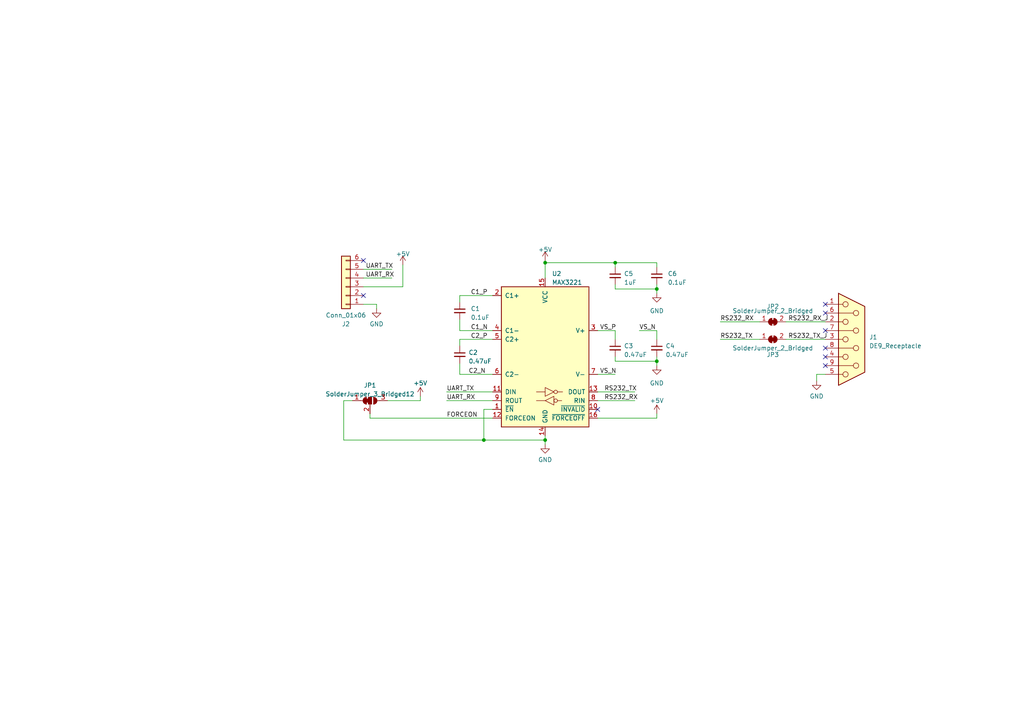
<source format=kicad_sch>
(kicad_sch (version 20230121) (generator eeschema)
  (paper "A4")
  (lib_symbols
    (symbol "Connector:DE9_Receptacle" (pin_names (offset 1.016) hide)
      (property "Reference" "J" (at 0 13.97 0))
      (property "Value" "DE9_Receptacle" (at 0 -14.605 0))
      (symbol "DE9_Receptacle_0_1"
        (circle (center -1.778 -10.16) (radius 0.762))
        (circle (center -1.778 -5.08) (radius 0.762))
        (circle (center -1.778 0) (radius 0.762))
        (circle (center -1.778 5.08) (radius 0.762))
        (circle (center -1.778 10.16) (radius 0.762))
        (polyline (pts (xy -3.81 -10.16) (xy -2.54 -10.16)))
        (polyline (pts (xy -3.81 -7.62) (xy 0.508 -7.62)))
        (polyline (pts (xy -3.81 -5.08) (xy -2.54 -5.08)))
        (polyline (pts (xy -3.81 -2.54) (xy 0.508 -2.54)))
        (polyline (pts (xy -3.81 0) (xy -2.54 0)))
        (polyline (pts (xy -3.81 2.54) (xy 0.508 2.54)))
        (polyline (pts (xy -3.81 5.08) (xy -2.54 5.08)))
        (polyline (pts (xy -3.81 7.62) (xy 0.508 7.62)))
        (polyline (pts (xy -3.81 10.16) (xy -2.54 10.16)))
        (polyline (pts (xy -3.81 13.335) (xy -3.81 -13.335) (xy 3.81 -9.525) (xy 3.81 9.525) (xy -3.81 13.335)) (stroke (width 0.254)) (fill (type background)))
        (circle (center 1.27 -7.62) (radius 0.762))
        (circle (center 1.27 -2.54) (radius 0.762))
        (circle (center 1.27 2.54) (radius 0.762))
        (circle (center 1.27 7.62) (radius 0.762))
      )
      (symbol "DE9_Receptacle_1_1"
        (pin passive line (at -7.62 10.16 0) (length 3.81) (name "1") (number "1"))
        (pin passive line (at -7.62 5.08 0) (length 3.81) (name "2") (number "2"))
        (pin passive line (at -7.62 0 0) (length 3.81) (name "3") (number "3"))
        (pin passive line (at -7.62 -5.08 0) (length 3.81) (name "4") (number "4"))
        (pin passive line (at -7.62 -10.16 0) (length 3.81) (name "5") (number "5"))
        (pin passive line (at -7.62 7.62 0) (length 3.81) (name "6") (number "6"))
        (pin passive line (at -7.62 2.54 0) (length 3.81) (name "7") (number "7"))
        (pin passive line (at -7.62 -2.54 0) (length 3.81) (name "8") (number "8"))
        (pin passive line (at -7.62 -7.62 0) (length 3.81) (name "9") (number "9"))
      )
    )
    (symbol "Connector_Generic:Conn_01x06" (pin_names (offset 1.016) hide)
      (property "Reference" "J" (at 0 7.62 0))
      (property "Value" "Conn_01x06" (at 0 -10.16 0))
      (symbol "Conn_01x06_1_1"
        (rectangle (start -1.27 -7.493) (end 0 -7.747) (stroke (width 0.1524)))
        (rectangle (start -1.27 -4.953) (end 0 -5.207) (stroke (width 0.1524)))
        (rectangle (start -1.27 -2.413) (end 0 -2.667) (stroke (width 0.1524)))
        (rectangle (start -1.27 0.127) (end 0 -0.127) (stroke (width 0.1524)))
        (rectangle (start -1.27 2.667) (end 0 2.413) (stroke (width 0.1524)))
        (rectangle (start -1.27 5.207) (end 0 4.953) (stroke (width 0.1524)))
        (rectangle (start -1.27 6.35) (end 1.27 -8.89) (stroke (width 0.254)) (fill (type background)))
        (pin passive line (at -5.08 5.08 0) (length 3.81) (name "Pin_1") (number "1"))
        (pin passive line (at -5.08 2.54 0) (length 3.81) (name "Pin_2") (number "2"))
        (pin passive line (at -5.08 0 0) (length 3.81) (name "Pin_3") (number "3"))
        (pin passive line (at -5.08 -2.54 0) (length 3.81) (name "Pin_4") (number "4"))
        (pin passive line (at -5.08 -5.08 0) (length 3.81) (name "Pin_5") (number "5"))
        (pin passive line (at -5.08 -7.62 0) (length 3.81) (name "Pin_6") (number "6"))
      )
    )
    (symbol "Device:C_Small" (pin_numbers hide) (pin_names (offset 0.254) hide)
      (property "Reference" "C" (at 0.254 1.778 0))
      (property "Value" "C_Small" (at 0.254 -2.032 0))
      (symbol "C_Small_0_1"
        (polyline (pts (xy -1.524 -0.508) (xy 1.524 -0.508)) (stroke (width 0.3302)))
        (polyline (pts (xy -1.524 0.508) (xy 1.524 0.508)) (stroke (width 0.3048)))
      )
      (symbol "C_Small_1_1"
        (pin passive line (at 0 2.54 270) (length 2.032) (name "~") (number "1"))
        (pin passive line (at 0 -2.54 90) (length 2.032) (name "~") (number "2"))
      )
    )
    (symbol "Interface_UART:MAX3221" (pin_names (offset 1.016))
      (property "Reference" "U" (at -10.16 21.59 0))
      (property "Value" "MAX3221" (at 12.7 21.59 0))
      (symbol "MAX3221_0_1"
        (rectangle (start -12.7 -20.32) (end 12.7 20.32) (stroke (width 0.254)) (fill (type background)))
        (polyline (pts (xy -2.54 -12.7) (xy 0 -12.7) (xy 0 -12.7)))
        (polyline (pts (xy -2.54 -10.16) (xy 0 -10.16) (xy 0 -10.16)))
        (polyline (pts (xy 3.556 -12.7) (xy 4.826 -12.7) (xy 4.826 -12.7)))
        (polyline (pts (xy 3.556 -10.16) (xy 5.08 -10.16) (xy 5.08 -10.16)))
        (polyline (pts (xy 2.54 -11.43) (xy 2.54 -13.97) (xy 0 -12.7) (xy 2.54 -11.43) (xy 2.54 -11.43)))
        (polyline (pts (xy 0 -11.43) (xy 0 -8.89) (xy 2.54 -10.16) (xy 0 -11.43) (xy 0 -11.43) (xy 0 -11.43)))
        (circle (center 3.048 -12.7) (radius 0.508))
        (circle (center 3.048 -10.16) (radius 0.508))
      )
      (symbol "MAX3221_1_1"
        (pin input line (at -15.24 -15.24 0) (length 2.54) (name "~{EN}") (number "1"))
        (pin output line (at 15.24 -15.24 180) (length 2.54) (name "~{INVALID}") (number "10"))
        (pin input line (at -15.24 -10.16 0) (length 2.54) (name "DIN") (number "11"))
        (pin input line (at -15.24 -17.78 0) (length 2.54) (name "FORCEON") (number "12"))
        (pin output line (at 15.24 -10.16 180) (length 2.54) (name "DOUT") (number "13"))
        (pin power_in line (at 0 -22.86 90) (length 2.54) (name "GND") (number "14"))
        (pin power_in line (at 0 22.86 270) (length 2.54) (name "VCC") (number "15"))
        (pin input line (at 15.24 -17.78 180) (length 2.54) (name "~{FORCEOFF}") (number "16"))
        (pin passive line (at -15.24 17.78 0) (length 2.54) (name "C1+") (number "2"))
        (pin power_out line (at 15.24 7.62 180) (length 2.54) (name "V+") (number "3"))
        (pin passive line (at -15.24 7.62 0) (length 2.54) (name "C1-") (number "4"))
        (pin passive line (at -15.24 5.08 0) (length 2.54) (name "C2+") (number "5"))
        (pin passive line (at -15.24 -5.08 0) (length 2.54) (name "C2-") (number "6"))
        (pin power_out line (at 15.24 -5.08 180) (length 2.54) (name "V-") (number "7"))
        (pin input line (at 15.24 -12.7 180) (length 2.54) (name "RIN") (number "8"))
        (pin output line (at -15.24 -12.7 0) (length 2.54) (name "ROUT") (number "9"))
      )
    )
    (symbol "Jumper:SolderJumper_2_Bridged" (pin_names (offset 0) hide)
      (property "Reference" "JP" (at 0 2.032 0))
      (property "Value" "SolderJumper_2_Bridged" (at 0 -2.54 0))
      (symbol "SolderJumper_2_Bridged_0_1"
        (rectangle (start -0.508 0.508) (end 0.508 -0.508) (fill (type outline)))
        (arc (start -0.254 1.016) (mid -1.2656 0) (end -0.254 -1.016))
        (arc (start -0.254 1.016) (mid -1.2656 0) (end -0.254 -1.016) (fill (type outline)))
        (polyline (pts (xy -0.254 1.016) (xy -0.254 -1.016)))
        (polyline (pts (xy 0.254 1.016) (xy 0.254 -1.016)))
        (arc (start 0.254 -1.016) (mid 1.2656 0) (end 0.254 1.016))
        (arc (start 0.254 -1.016) (mid 1.2656 0) (end 0.254 1.016) (fill (type outline)))
      )
      (symbol "SolderJumper_2_Bridged_1_1"
        (pin passive line (at -3.81 0 0) (length 2.54) (name "A") (number "1"))
        (pin passive line (at 3.81 0 180) (length 2.54) (name "B") (number "2"))
      )
    )
    (symbol "Jumper:SolderJumper_3_Bridged12" (pin_names (offset 0) hide)
      (property "Reference" "JP" (at -2.54 -2.54 0))
      (property "Value" "SolderJumper_3_Bridged12" (at 0 2.794 0))
      (symbol "SolderJumper_3_Bridged12_0_1"
        (rectangle (start -1.016 0.508) (end -0.508 -0.508) (fill (type outline)))
        (arc (start -1.016 1.016) (mid -2.0276 0) (end -1.016 -1.016))
        (arc (start -1.016 1.016) (mid -2.0276 0) (end -1.016 -1.016) (fill (type outline)))
        (rectangle (start -0.508 1.016) (end 0.508 -1.016) (fill (type outline)))
        (polyline (pts (xy -2.54 0) (xy -2.032 0)))
        (polyline (pts (xy -1.016 1.016) (xy -1.016 -1.016)))
        (polyline (pts (xy 0 -1.27) (xy 0 -1.016)))
        (polyline (pts (xy 1.016 1.016) (xy 1.016 -1.016)))
        (polyline (pts (xy 2.54 0) (xy 2.032 0)))
        (arc (start 1.016 -1.016) (mid 2.0276 0) (end 1.016 1.016))
        (arc (start 1.016 -1.016) (mid 2.0276 0) (end 1.016 1.016) (fill (type outline)))
      )
      (symbol "SolderJumper_3_Bridged12_1_1"
        (pin passive line (at -5.08 0 0) (length 2.54) (name "A") (number "1"))
        (pin passive line (at 0 -3.81 90) (length 2.54) (name "C") (number "2"))
        (pin passive line (at 5.08 0 180) (length 2.54) (name "B") (number "3"))
      )
    )
    (symbol "power:+5V" (power) (pin_names (offset 0))
      (property "Value" "+5V" (at 0 3.556 0))
      (symbol "+5V_0_1"
        (polyline (pts (xy -0.762 1.27) (xy 0 2.54)))
        (polyline (pts (xy 0 0) (xy 0 2.54)))
        (polyline (pts (xy 0 2.54) (xy 0.762 1.27)))
      )
      (symbol "+5V_1_1"
        (pin power_in line (at 0 0 90) (length 0) hide (name "+5V") (number "1"))
      )
    )
    (symbol "power:GND" (power) (pin_names (offset 0))
      (property "Value" "GND" (at 0 -3.81 0))
      (symbol "GND_0_1"
        (polyline (pts (xy 0 0) (xy 0 -1.27) (xy 1.27 -1.27) (xy 0 -2.54) (xy -1.27 -1.27) (xy 0 -1.27)))
      )
      (symbol "GND_1_1"
        (pin power_in line (at 0 0 270) (length 0) hide (name "GND") (number "1"))
      )
    )
  )
  (junction (at 140.335 127.635))
  (junction (at 190.5 104.775))
  (junction (at 178.435 76.2))
  (junction (at 190.5 83.82))
  (junction (at 158.115 127.635))
  (junction (at 158.115 76.2))
  (no_connect (at 239.395 100.965))
  (no_connect (at 105.41 75.565))
  (no_connect (at 105.41 85.725))
  (no_connect (at 239.395 106.045))
  (no_connect (at 173.355 118.745))
  (no_connect (at 239.395 95.885))
  (no_connect (at 239.395 103.505))
  (no_connect (at 239.395 88.265))
  (no_connect (at 239.395 90.805))
  (wire (pts (xy 190.5 103.505) (xy 190.5 104.775)))
  (wire (pts (xy 190.5 82.55) (xy 190.5 83.82)))
  (wire (pts (xy 190.5 104.775) (xy 190.5 106.045)))
  (wire (pts (xy 142.875 95.885) (xy 133.35 95.885)))
  (wire (pts (xy 173.355 108.585) (xy 178.435 108.585)))
  (wire (pts (xy 133.35 100.33) (xy 133.35 98.425)))
  (wire (pts (xy 190.5 121.285) (xy 190.5 120.015)))
  (wire (pts (xy 121.92 114.935) (xy 121.92 116.205)))
  (wire (pts (xy 227.965 93.345) (xy 239.395 93.345)))
  (wire (pts (xy 116.84 83.185) (xy 105.41 83.185)))
  (wire (pts (xy 173.355 116.205) (xy 184.15 116.205)))
  (wire (pts (xy 173.355 121.285) (xy 190.5 121.285)))
  (wire (pts (xy 190.5 95.885) (xy 190.5 98.425)))
  (wire (pts (xy 107.315 120.015) (xy 107.315 121.285)))
  (wire (pts (xy 109.22 89.535) (xy 109.22 88.265)))
  (wire (pts (xy 190.5 76.2) (xy 190.5 77.47)))
  (wire (pts (xy 133.35 98.425) (xy 142.875 98.425)))
  (wire (pts (xy 133.35 87.63) (xy 133.35 85.725)))
  (wire (pts (xy 99.695 127.635) (xy 140.335 127.635)))
  (wire (pts (xy 105.41 78.105) (xy 113.665 78.105)))
  (wire (pts (xy 173.355 113.665) (xy 184.15 113.665)))
  (wire (pts (xy 129.54 116.205) (xy 142.875 116.205)))
  (wire (pts (xy 190.5 104.775) (xy 178.435 104.775)))
  (wire (pts (xy 133.35 108.585) (xy 133.35 105.41)))
  (wire (pts (xy 140.335 127.635) (xy 140.335 118.745)))
  (wire (pts (xy 133.35 85.725) (xy 142.875 85.725)))
  (wire (pts (xy 178.435 76.2) (xy 158.115 76.2)))
  (wire (pts (xy 178.435 76.2) (xy 190.5 76.2)))
  (wire (pts (xy 99.695 116.205) (xy 99.695 127.635)))
  (wire (pts (xy 105.41 80.645) (xy 113.665 80.645)))
  (wire (pts (xy 133.35 95.885) (xy 133.35 92.71)))
  (wire (pts (xy 116.84 76.835) (xy 116.84 83.185)))
  (wire (pts (xy 158.115 127.635) (xy 158.115 128.905)))
  (wire (pts (xy 121.92 116.205) (xy 112.395 116.205)))
  (wire (pts (xy 190.5 83.82) (xy 178.435 83.82)))
  (wire (pts (xy 109.22 88.265) (xy 105.41 88.265)))
  (wire (pts (xy 158.115 75.565) (xy 158.115 76.2)))
  (wire (pts (xy 158.115 76.2) (xy 158.115 80.645)))
  (wire (pts (xy 158.115 127.635) (xy 140.335 127.635)))
  (wire (pts (xy 158.115 126.365) (xy 158.115 127.635)))
  (wire (pts (xy 208.915 98.425) (xy 220.345 98.425)))
  (wire (pts (xy 185.42 95.885) (xy 190.5 95.885)))
  (wire (pts (xy 178.435 98.425) (xy 178.435 95.885)))
  (wire (pts (xy 142.875 108.585) (xy 133.35 108.585)))
  (wire (pts (xy 129.54 113.665) (xy 142.875 113.665)))
  (wire (pts (xy 236.855 108.585) (xy 239.395 108.585)))
  (wire (pts (xy 178.435 77.47) (xy 178.435 76.2)))
  (wire (pts (xy 140.335 118.745) (xy 142.875 118.745)))
  (wire (pts (xy 236.855 110.49) (xy 236.855 108.585)))
  (wire (pts (xy 178.435 83.82) (xy 178.435 82.55)))
  (wire (pts (xy 102.235 116.205) (xy 99.695 116.205)))
  (wire (pts (xy 190.5 83.82) (xy 190.5 85.09)))
  (wire (pts (xy 227.965 98.425) (xy 239.395 98.425)))
  (wire (pts (xy 178.435 95.885) (xy 173.355 95.885)))
  (wire (pts (xy 208.915 93.345) (xy 220.345 93.345)))
  (wire (pts (xy 107.315 121.285) (xy 142.875 121.285)))
  (wire (pts (xy 178.435 104.775) (xy 178.435 103.505)))
  (label "VS_N" (at 185.42 95.885 0))
  (label "VS_P" (at 173.99 95.885 0))
  (label "RS232_RX" (at 208.915 93.345 0))
  (label "UART_RX" (at 129.54 116.205 0))
  (label "FORCEON" (at 129.54 121.285 0))
  (label "C2_N" (at 135.89 108.585 0))
  (label "RS232_TX" (at 208.915 98.425 0))
  (label "UART_TX" (at 106.045 78.105 0))
  (label "RS232_TX_J" (at 228.6 98.425 0))
  (label "RS232_RX_J" (at 228.6 93.345 0))
  (label "VS_N" (at 173.99 108.585 0))
  (label "UART_RX" (at 106.045 80.645 0))
  (label "C1_N" (at 136.525 95.885 0))
  (label "UART_TX" (at 129.54 113.665 0))
  (label "C2_P" (at 136.525 98.425 0))
  (label "RS232_RX" (at 175.26 116.205 0))
  (label "RS232_TX" (at 175.26 113.665 0))
  (label "C1_P" (at 136.525 85.725 0))
  (symbol (lib_id "Device:C_Small") (at 133.35 90.17 0) (unit 1)
    (property "Reference" "C1" (at 136.525 89.5413 0) (effects (justify left)))
    (property "Value" "0.1uF" (at 136.525 92.075 0) (effects (justify left)))
    (property "Footprint" "Capacitor_SMD:C_0805_2012Metric" (effects hide))
  )
  (symbol (lib_id "power:+5V") (at 116.84 76.835 0) (unit 1)
    (property "Reference" "#PWR08" (effects hide))
    (property "Value" "+5V" (at 116.84 73.66 0))
  )
  (symbol (lib_id "Device:C_Small") (at 133.35 102.87 0) (unit 1)
    (property "Reference" "C2" (at 135.89 102.2413 0) (effects (justify left)))
    (property "Value" "0.47uF" (at 135.89 104.7813 0) (effects (justify left)))
    (property "Footprint" "Capacitor_SMD:C_0805_2012Metric" (effects hide))
  )
  (symbol (lib_id "power:GND") (at 236.855 110.49 0) (unit 1)
    (property "Reference" "#PWR09" (effects hide))
    (property "Value" "GND" (at 236.855 114.935 0))
  )
  (symbol (lib_id "power:GND") (at 109.22 89.535 0) (unit 1)
    (property "Reference" "#PWR07" (effects hide))
    (property "Value" "GND" (at 109.22 93.98 0))
  )
  (symbol (lib_id "Device:C_Small") (at 178.435 80.01 0) (unit 1)
    (property "Reference" "C5" (at 180.975 79.3813 0) (effects (justify left)))
    (property "Value" "1uF" (at 180.975 81.9213 0) (effects (justify left)))
    (property "Footprint" "Capacitor_SMD:C_0805_2012Metric" (effects hide))
  )
  (symbol (lib_id "power:+5V") (at 190.5 120.015 0) (unit 1)
    (property "Reference" "#PWR04" (effects hide))
    (property "Value" "+5V" (at 190.5 116.205 0))
  )
  (symbol (lib_id "Connector_Generic:Conn_01x06") (at 100.33 83.185 180) (unit 1)
    (property "Reference" "J2" (at 100.33 93.98 0))
    (property "Value" "Conn_01x06" (at 100.33 91.44 0))
    (property "Footprint" "Connector_PinHeader_2.54mm:PinHeader_1x06_P2.54mm_Vertical" (effects hide))
  )
  (symbol (lib_id "Jumper:SolderJumper_2_Bridged") (at 224.155 93.345 0) (unit 1)
    (property "Reference" "JP2" (at 224.155 88.9 0))
    (property "Value" "SolderJumper_2_Bridged" (at 224.155 90.17 0))
    (property "Footprint" "Jumper:SolderJumper-2_P1.3mm_Bridged_RoundedPad1.0x1.5mm" (effects hide))
  )
  (symbol (lib_id "Connector:DE9_Receptacle") (at 247.015 98.425 0) (unit 1)
    (property "Reference" "J1" (at 252.095 97.79 0) (effects (justify left)))
    (property "Value" "DE9_Receptacle" (at 252.095 100.33 0) (effects (justify left)))
    (property "Footprint" "Connector_Dsub:DSUB-9_Female_EdgeMount_P2.77mm" (effects hide))
    (property "Datasheet" " ~" (effects hide))
  )
  (symbol (lib_id "Jumper:SolderJumper_2_Bridged") (at 224.155 98.425 0) (unit 1)
    (property "Reference" "JP3" (at 224.155 102.87 0))
    (property "Value" "SolderJumper_2_Bridged" (at 224.155 100.965 0))
    (property "Footprint" "Jumper:SolderJumper-2_P1.3mm_Bridged_RoundedPad1.0x1.5mm" (effects hide))
  )
  (symbol (lib_id "Device:C_Small") (at 178.435 100.965 0) (unit 1)
    (property "Reference" "C3" (at 180.975 100.3363 0) (effects (justify left)))
    (property "Value" "0.47uF" (at 180.975 102.8763 0) (effects (justify left)))
    (property "Footprint" "Capacitor_SMD:C_0805_2012Metric" (effects hide))
  )
  (symbol (lib_id "Jumper:SolderJumper_3_Bridged12") (at 107.315 116.205 0) (unit 1)
    (property "Reference" "JP1" (at 107.315 111.76 0))
    (property "Value" "SolderJumper_3_Bridged12" (at 107.315 114.3 0))
    (property "Footprint" "Jumper:SolderJumper-3_P1.3mm_Bridged12_RoundedPad1.0x1.5mm" (effects hide))
  )
  (symbol (lib_id "power:+5V") (at 121.92 114.935 0) (unit 1)
    (property "Reference" "#PWR06" (effects hide))
    (property "Value" "+5V" (at 121.92 111.125 0))
  )
  (symbol (lib_id "Device:C_Small") (at 190.5 100.965 0) (unit 1)
    (property "Reference" "C4" (at 193.04 100.3363 0) (effects (justify left)))
    (property "Value" "0.47uF" (at 193.04 102.8763 0) (effects (justify left)))
    (property "Footprint" "Capacitor_SMD:C_0805_2012Metric" (effects hide))
  )
  (symbol (lib_id "power:GND") (at 190.5 106.045 0) (unit 1)
    (property "Reference" "#PWR05" (effects hide))
    (property "Value" "GND" (at 190.5 111.125 0))
  )
  (symbol (lib_id "Interface_UART:MAX3221") (at 158.115 103.505 0) (unit 1)
    (property "Reference" "U2" (at 160.0709 79.375 0) (effects (justify left)))
    (property "Value" "MAX3221" (at 160.0709 81.915 0) (effects (justify left)))
    (property "Footprint" "Package_SO:TSSOP-16_4.4x5mm_P0.65mm" (effects hide))
    (property "Datasheet" "http://www.ti.com/lit/ds/symlink/max3221.pdf" (effects hide))
  )
  (symbol (lib_id "power:GND") (at 158.115 128.905 0) (unit 1)
    (property "Reference" "#PWR01" (effects hide))
    (property "Value" "GND" (at 158.115 133.35 0))
  )
  (symbol (lib_id "Device:C_Small") (at 190.5 80.01 0) (unit 1)
    (property "Reference" "C6" (at 193.675 79.3813 0) (effects (justify left)))
    (property "Value" "0.1uF" (at 193.675 81.9213 0) (effects (justify left)))
    (property "Footprint" "Capacitor_SMD:C_0805_2012Metric" (effects hide))
  )
  (symbol (lib_id "power:GND") (at 190.5 85.09 0) (unit 1)
    (property "Reference" "#PWR03" (effects hide))
    (property "Value" "GND" (at 190.5 90.17 0))
  )
  (symbol (lib_id "power:+5V") (at 158.115 75.565 0) (unit 1)
    (property "Reference" "#PWR02" (effects hide))
    (property "Value" "+5V" (at 158.115 72.39 0))
  )
)
</source>
